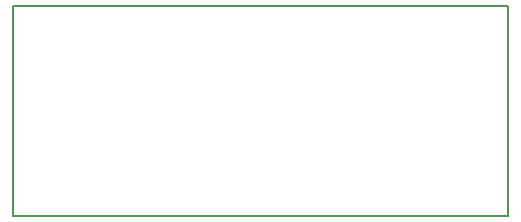
<source format=gko>
G04 #@! TF.FileFunction,Profile,NP*
%FSLAX46Y46*%
G04 Gerber Fmt 4.6, Leading zero omitted, Abs format (unit mm)*
G04 Created by KiCad (PCBNEW 4.0.1-3.201512221402+6198~38~ubuntu14.04.1-stable) date Mon 09 May 2016 07:42:58 PM PDT*
%MOMM*%
G01*
G04 APERTURE LIST*
%ADD10C,0.100000*%
%ADD11C,0.150000*%
G04 APERTURE END LIST*
D10*
D11*
X97790000Y-86360000D02*
X139700000Y-86360000D01*
X97790000Y-104140000D02*
X97790000Y-86360000D01*
X139700000Y-104140000D02*
X97790000Y-104140000D01*
X139700000Y-86360000D02*
X139700000Y-104140000D01*
M02*

</source>
